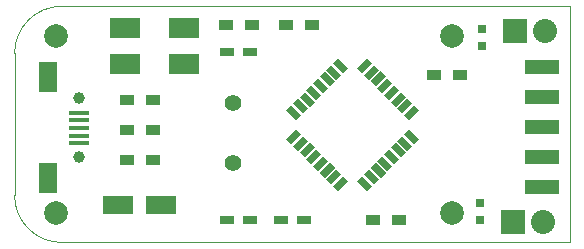
<source format=gbr>
G04 #@! TF.FileFunction,Soldermask,Top*
%FSLAX46Y46*%
G04 Gerber Fmt 4.6, Leading zero omitted, Abs format (unit mm)*
G04 Created by KiCad (PCBNEW (2015-01-16 BZR 5376)-product) date 9/25/2015 11:05:44 AM*
%MOMM*%
G01*
G04 APERTURE LIST*
%ADD10C,0.100000*%
%ADD11R,2.032000X2.032000*%
%ADD12O,2.032000X2.032000*%
%ADD13R,1.778000X0.400000*%
%ADD14C,1.000000*%
%ADD15R,1.550000X2.500000*%
%ADD16C,2.000000*%
%ADD17R,1.200000X0.750000*%
%ADD18R,2.600960X1.600200*%
%ADD19R,0.797560X0.797560*%
%ADD20R,3.000000X1.200000*%
%ADD21R,1.200000X0.900000*%
%ADD22C,1.422400*%
%ADD23R,2.500000X1.800860*%
G04 APERTURE END LIST*
D10*
X110000000Y-86000000D02*
X153000000Y-86000000D01*
X106000000Y-90000000D02*
X106000000Y-102000000D01*
X110000000Y-106000000D02*
X153000000Y-106000000D01*
X106000000Y-102000000D02*
G75*
G03X110000000Y-106000000I4000000J0D01*
G01*
X110000000Y-86000000D02*
G75*
G03X106000000Y-90000000I0J-4000000D01*
G01*
X153000000Y-106000000D02*
X153000000Y-86000000D01*
D11*
X148336000Y-88138000D03*
D12*
X150876000Y-88138000D03*
D11*
X148209000Y-104267000D03*
D12*
X150749000Y-104267000D03*
D13*
X111500000Y-95000000D03*
X111500000Y-95650000D03*
X111500000Y-96300000D03*
X111500000Y-96950000D03*
X111500000Y-97600000D03*
D14*
X111500000Y-93800000D03*
X111500000Y-98800000D03*
D15*
X108800000Y-92000000D03*
X108800000Y-100500000D03*
D16*
X143000000Y-88500000D03*
X143000000Y-103500000D03*
X109500000Y-103500000D03*
X109500000Y-88500000D03*
D17*
X124018000Y-89916000D03*
X125918000Y-89916000D03*
X124018000Y-104140000D03*
X125918000Y-104140000D03*
X128590000Y-104140000D03*
X130490000Y-104140000D03*
D18*
X118386860Y-102870000D03*
X114785140Y-102870000D03*
D19*
X145542000Y-89395300D03*
X145542000Y-87896700D03*
X145415000Y-104127300D03*
X145415000Y-102628700D03*
D20*
X150622000Y-91186000D03*
X150622000Y-91186000D03*
X150622000Y-93726000D03*
X150622000Y-93726000D03*
X150622000Y-96266000D03*
X150622000Y-96266000D03*
X150622000Y-98806000D03*
X150622000Y-98806000D03*
X150622000Y-101346000D03*
X150622000Y-101346000D03*
D21*
X126068000Y-87630000D03*
X123868000Y-87630000D03*
X115486000Y-93980000D03*
X117686000Y-93980000D03*
X115486000Y-96520000D03*
X117686000Y-96520000D03*
X115486000Y-99060000D03*
X117686000Y-99060000D03*
X131148000Y-87630000D03*
X128948000Y-87630000D03*
D22*
X124460000Y-94234000D03*
X124460000Y-99314000D03*
D10*
G36*
X129422765Y-97673701D02*
X128998501Y-97249437D01*
X129847029Y-96400909D01*
X130271293Y-96825173D01*
X129422765Y-97673701D01*
X129422765Y-97673701D01*
G37*
G36*
X129988451Y-98239386D02*
X129564187Y-97815122D01*
X130412715Y-96966594D01*
X130836979Y-97390858D01*
X129988451Y-98239386D01*
X129988451Y-98239386D01*
G37*
G36*
X130554136Y-98805072D02*
X130129872Y-98380808D01*
X130978400Y-97532280D01*
X131402664Y-97956544D01*
X130554136Y-98805072D01*
X130554136Y-98805072D01*
G37*
G36*
X131119821Y-99370757D02*
X130695557Y-98946493D01*
X131544085Y-98097965D01*
X131968349Y-98522229D01*
X131119821Y-99370757D01*
X131119821Y-99370757D01*
G37*
G36*
X131685507Y-99936443D02*
X131261243Y-99512179D01*
X132109771Y-98663651D01*
X132534035Y-99087915D01*
X131685507Y-99936443D01*
X131685507Y-99936443D01*
G37*
G36*
X132251192Y-100502128D02*
X131826928Y-100077864D01*
X132675456Y-99229336D01*
X133099720Y-99653600D01*
X132251192Y-100502128D01*
X132251192Y-100502128D01*
G37*
G36*
X132816878Y-101067813D02*
X132392614Y-100643549D01*
X133241142Y-99795021D01*
X133665406Y-100219285D01*
X132816878Y-101067813D01*
X132816878Y-101067813D01*
G37*
G36*
X133382563Y-101633499D02*
X132958299Y-101209235D01*
X133806827Y-100360707D01*
X134231091Y-100784971D01*
X133382563Y-101633499D01*
X133382563Y-101633499D01*
G37*
G36*
X136281701Y-101209235D02*
X135857437Y-101633499D01*
X135008909Y-100784971D01*
X135433173Y-100360707D01*
X136281701Y-101209235D01*
X136281701Y-101209235D01*
G37*
G36*
X136847386Y-100643549D02*
X136423122Y-101067813D01*
X135574594Y-100219285D01*
X135998858Y-99795021D01*
X136847386Y-100643549D01*
X136847386Y-100643549D01*
G37*
G36*
X137413072Y-100077864D02*
X136988808Y-100502128D01*
X136140280Y-99653600D01*
X136564544Y-99229336D01*
X137413072Y-100077864D01*
X137413072Y-100077864D01*
G37*
G36*
X137978757Y-99512179D02*
X137554493Y-99936443D01*
X136705965Y-99087915D01*
X137130229Y-98663651D01*
X137978757Y-99512179D01*
X137978757Y-99512179D01*
G37*
G36*
X138544443Y-98946493D02*
X138120179Y-99370757D01*
X137271651Y-98522229D01*
X137695915Y-98097965D01*
X138544443Y-98946493D01*
X138544443Y-98946493D01*
G37*
G36*
X139110128Y-98380808D02*
X138685864Y-98805072D01*
X137837336Y-97956544D01*
X138261600Y-97532280D01*
X139110128Y-98380808D01*
X139110128Y-98380808D01*
G37*
G36*
X139675813Y-97815122D02*
X139251549Y-98239386D01*
X138403021Y-97390858D01*
X138827285Y-96966594D01*
X139675813Y-97815122D01*
X139675813Y-97815122D01*
G37*
G36*
X140241499Y-97249437D02*
X139817235Y-97673701D01*
X138968707Y-96825173D01*
X139392971Y-96400909D01*
X140241499Y-97249437D01*
X140241499Y-97249437D01*
G37*
G36*
X139392971Y-95623091D02*
X138968707Y-95198827D01*
X139817235Y-94350299D01*
X140241499Y-94774563D01*
X139392971Y-95623091D01*
X139392971Y-95623091D01*
G37*
G36*
X138827285Y-95057406D02*
X138403021Y-94633142D01*
X139251549Y-93784614D01*
X139675813Y-94208878D01*
X138827285Y-95057406D01*
X138827285Y-95057406D01*
G37*
G36*
X138261600Y-94491720D02*
X137837336Y-94067456D01*
X138685864Y-93218928D01*
X139110128Y-93643192D01*
X138261600Y-94491720D01*
X138261600Y-94491720D01*
G37*
G36*
X137695915Y-93926035D02*
X137271651Y-93501771D01*
X138120179Y-92653243D01*
X138544443Y-93077507D01*
X137695915Y-93926035D01*
X137695915Y-93926035D01*
G37*
G36*
X137130229Y-93360349D02*
X136705965Y-92936085D01*
X137554493Y-92087557D01*
X137978757Y-92511821D01*
X137130229Y-93360349D01*
X137130229Y-93360349D01*
G37*
G36*
X136564544Y-92794664D02*
X136140280Y-92370400D01*
X136988808Y-91521872D01*
X137413072Y-91946136D01*
X136564544Y-92794664D01*
X136564544Y-92794664D01*
G37*
G36*
X135998858Y-92228979D02*
X135574594Y-91804715D01*
X136423122Y-90956187D01*
X136847386Y-91380451D01*
X135998858Y-92228979D01*
X135998858Y-92228979D01*
G37*
G36*
X135433173Y-91663293D02*
X135008909Y-91239029D01*
X135857437Y-90390501D01*
X136281701Y-90814765D01*
X135433173Y-91663293D01*
X135433173Y-91663293D01*
G37*
G36*
X134231091Y-91239029D02*
X133806827Y-91663293D01*
X132958299Y-90814765D01*
X133382563Y-90390501D01*
X134231091Y-91239029D01*
X134231091Y-91239029D01*
G37*
G36*
X133665406Y-91804715D02*
X133241142Y-92228979D01*
X132392614Y-91380451D01*
X132816878Y-90956187D01*
X133665406Y-91804715D01*
X133665406Y-91804715D01*
G37*
G36*
X133099720Y-92370400D02*
X132675456Y-92794664D01*
X131826928Y-91946136D01*
X132251192Y-91521872D01*
X133099720Y-92370400D01*
X133099720Y-92370400D01*
G37*
G36*
X132534035Y-92936085D02*
X132109771Y-93360349D01*
X131261243Y-92511821D01*
X131685507Y-92087557D01*
X132534035Y-92936085D01*
X132534035Y-92936085D01*
G37*
G36*
X131968349Y-93501771D02*
X131544085Y-93926035D01*
X130695557Y-93077507D01*
X131119821Y-92653243D01*
X131968349Y-93501771D01*
X131968349Y-93501771D01*
G37*
G36*
X131402664Y-94067456D02*
X130978400Y-94491720D01*
X130129872Y-93643192D01*
X130554136Y-93218928D01*
X131402664Y-94067456D01*
X131402664Y-94067456D01*
G37*
G36*
X130836979Y-94633142D02*
X130412715Y-95057406D01*
X129564187Y-94208878D01*
X129988451Y-93784614D01*
X130836979Y-94633142D01*
X130836979Y-94633142D01*
G37*
G36*
X130271293Y-95198827D02*
X129847029Y-95623091D01*
X128998501Y-94774563D01*
X129422765Y-94350299D01*
X130271293Y-95198827D01*
X130271293Y-95198827D01*
G37*
D23*
X115356640Y-87884000D03*
X120355360Y-87884000D03*
X115356640Y-90932000D03*
X120355360Y-90932000D03*
D21*
X141521000Y-91821000D03*
X143721000Y-91821000D03*
X136314000Y-104140000D03*
X138514000Y-104140000D03*
M02*

</source>
